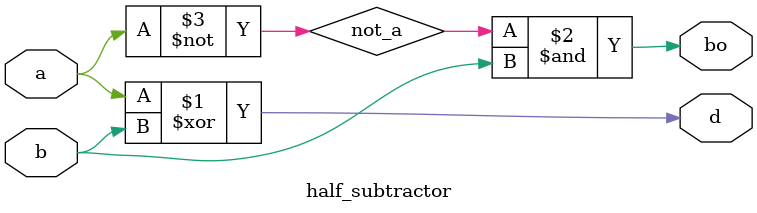
<source format=v>
`timescale 1ns/1ns

module half_subtractor (
	output d,
	output bo,
	input a,
	input b
);

	wire not_a;
	
	not(not_a, a);
	xor(d, a, b);
	and(bo, not_a, b);

endmodule

</source>
